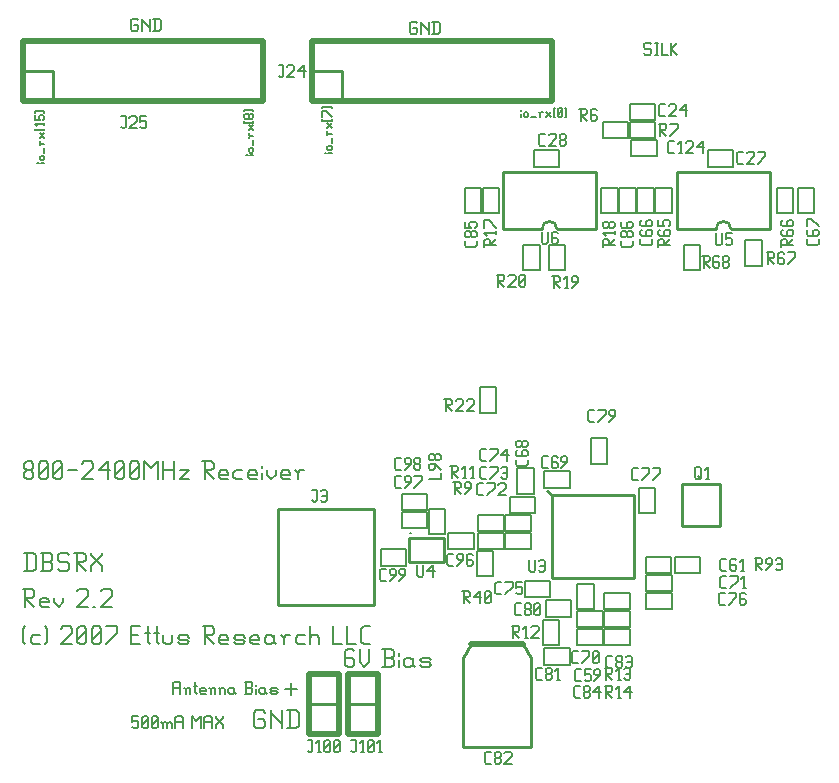
<source format=gbr>
G04 start of page 10 for group -4079 idx -4079
G04 Title: RX Daughterboard, topsilk *
G04 Creator: pcb-bin 1.99u *
G04 CreationDate: Sun Jan  7 00:01:30 2007 UTC *
G04 For: matt *
G04 Format: Gerber/RS-274X *
G04 PCB-Dimensions: 275000 250000 *
G04 PCB-Coordinate-Origin: lower left *
%MOIN*%
%FSLAX24Y24*%
%LNFRONTSILK*%
%ADD11C,0.0050*%
%ADD12C,0.0080*%
%ADD13C,0.0060*%
%ADD14C,0.0100*%
%ADD15C,0.0200*%
G54D11*X10358Y20390D02*X10397D01*
X10475D02*X10592D01*
X10475Y20468D02*X10553D01*
X10475D02*X10436Y20507D01*
Y20585D02*Y20507D01*
Y20585D02*X10475Y20624D01*
X10553D01*
X10592Y20585D02*X10553Y20624D01*
X10592Y20585D02*Y20507D01*
X10553Y20468D02*X10592Y20507D01*
Y20873D02*Y20717D01*
X10475Y21006D02*X10592D01*
X10475D02*X10436Y21045D01*
Y21123D02*Y21045D01*
Y20967D02*X10475Y21006D01*
X10436Y21217D02*X10592Y21373D01*
Y21217D02*X10436Y21373D01*
X10280Y21505D02*Y21466D01*
X10592D01*
Y21505D02*Y21466D01*
Y21599D02*X10397Y21794D01*
X10280D02*X10397D01*
X10280D02*Y21599D01*
Y21927D02*Y21888D01*
Y21927D02*X10592D01*
Y21888D01*
X4100Y24850D02*X4150Y24800D01*
X3950Y24850D02*X4100D01*
X3900Y24800D02*X3950Y24850D01*
X3900Y24800D02*Y24500D01*
X3950Y24450D01*
X4100D01*
X4150Y24500D01*
Y24600D02*Y24500D01*
X4100Y24650D02*X4150Y24600D01*
X4000Y24650D02*X4100D01*
X4270Y24850D02*Y24450D01*
Y24850D02*Y24800D01*
X4520Y24550D01*
Y24850D02*Y24450D01*
X4690Y24850D02*Y24450D01*
X4840Y24850D02*X4890Y24800D01*
Y24500D01*
X4840Y24450D02*X4890Y24500D01*
X4640Y24450D02*X4840D01*
X4640Y24850D02*X4840D01*
X778Y20060D02*X817D01*
X895D02*X1012D01*
X895Y20138D02*X973D01*
X895D02*X856Y20177D01*
Y20255D02*Y20177D01*
Y20255D02*X895Y20294D01*
X973D01*
X1012Y20255D02*X973Y20294D01*
X1012Y20255D02*Y20177D01*
X973Y20138D02*X1012Y20177D01*
Y20543D02*Y20387D01*
X895Y20676D02*X1012D01*
X895D02*X856Y20715D01*
Y20793D02*Y20715D01*
Y20637D02*X895Y20676D01*
X856Y20887D02*X1012Y21043D01*
Y20887D02*X856Y21043D01*
X700Y21175D02*Y21136D01*
X1012D01*
Y21175D02*Y21136D01*
Y21386D02*Y21308D01*
X700Y21347D02*X1012D01*
X778Y21269D02*X700Y21347D01*
Y21636D02*Y21480D01*
X856D01*
X817Y21519D01*
Y21597D02*Y21519D01*
Y21597D02*X856Y21636D01*
X973D01*
X1012Y21597D02*X973Y21636D01*
X1012Y21597D02*Y21519D01*
X973Y21480D02*X1012Y21519D01*
X700Y21768D02*Y21729D01*
Y21768D02*X1012D01*
Y21729D01*
X7748Y20320D02*X7787D01*
X7865D02*X7982D01*
X7865Y20398D02*X7943D01*
X7865D02*X7826Y20437D01*
Y20515D02*Y20437D01*
Y20515D02*X7865Y20554D01*
X7943D01*
X7982Y20515D02*X7943Y20554D01*
X7982Y20515D02*Y20437D01*
X7943Y20398D02*X7982Y20437D01*
Y20803D02*Y20647D01*
X7865Y20936D02*X7982D01*
X7865D02*X7826Y20975D01*
Y21053D02*Y20975D01*
Y20897D02*X7865Y20936D01*
X7826Y21147D02*X7982Y21303D01*
Y21147D02*X7826Y21303D01*
X7670Y21435D02*Y21396D01*
X7982D01*
Y21435D02*Y21396D01*
X7943Y21529D02*X7982Y21568D01*
X7865Y21529D02*X7943D01*
X7865D02*X7826Y21568D01*
Y21646D02*Y21568D01*
Y21646D02*X7865Y21685D01*
X7943D01*
X7982Y21646D02*X7943Y21685D01*
X7982Y21646D02*Y21568D01*
X7787Y21529D02*X7826Y21568D01*
X7709Y21529D02*X7787D01*
X7709D02*X7670Y21568D01*
Y21646D02*Y21568D01*
Y21646D02*X7709Y21685D01*
X7787D01*
X7826Y21646D02*X7787Y21685D01*
X7670Y21818D02*Y21779D01*
Y21818D02*X7982D01*
Y21779D01*
X5300Y2700D02*Y2350D01*
Y2700D02*X5350Y2750D01*
X5500D01*
X5550Y2700D01*
Y2350D01*
X5300Y2550D02*X5550D01*
X5720Y2500D02*Y2350D01*
Y2500D02*X5770Y2550D01*
X5820D01*
X5870Y2500D01*
Y2350D01*
X5670Y2550D02*X5720Y2500D01*
X6040Y2750D02*Y2400D01*
X6090Y2350D01*
X5990Y2600D02*X6090D01*
X6240Y2350D02*X6390D01*
X6190Y2400D02*X6240Y2350D01*
X6190Y2500D02*Y2400D01*
Y2500D02*X6240Y2550D01*
X6340D01*
X6390Y2500D01*
X6190Y2450D02*X6390D01*
Y2500D02*Y2450D01*
X6560Y2500D02*Y2350D01*
Y2500D02*X6610Y2550D01*
X6660D01*
X6710Y2500D01*
Y2350D01*
X6510Y2550D02*X6560Y2500D01*
X6880D02*Y2350D01*
Y2500D02*X6930Y2550D01*
X6980D01*
X7030Y2500D01*
Y2350D01*
X6830Y2550D02*X6880Y2500D01*
X7300Y2550D02*X7350Y2500D01*
X7200Y2550D02*X7300D01*
X7150Y2500D02*X7200Y2550D01*
X7150Y2500D02*Y2400D01*
X7200Y2350D01*
X7350Y2550D02*Y2400D01*
X7400Y2350D01*
X7200D02*X7300D01*
X7350Y2400D01*
X7700Y2350D02*X7900D01*
X7950Y2400D01*
Y2500D02*Y2400D01*
X7900Y2550D02*X7950Y2500D01*
X7750Y2550D02*X7900D01*
X7750Y2750D02*Y2350D01*
X7700Y2750D02*X7900D01*
X7950Y2700D01*
Y2600D01*
X7900Y2550D02*X7950Y2600D01*
X8070Y2650D02*Y2600D01*
Y2500D02*Y2350D01*
X8320Y2550D02*X8370Y2500D01*
X8220Y2550D02*X8320D01*
X8170Y2500D02*X8220Y2550D01*
X8170Y2500D02*Y2400D01*
X8220Y2350D01*
X8370Y2550D02*Y2400D01*
X8420Y2350D01*
X8220D02*X8320D01*
X8370Y2400D01*
X8591Y2350D02*X8741D01*
X8791Y2400D01*
X8741Y2450D02*X8791Y2400D01*
X8591Y2450D02*X8741D01*
X8541Y2500D02*X8591Y2450D01*
X8541Y2500D02*X8591Y2550D01*
X8741D01*
X8791Y2500D01*
X8541Y2400D02*X8591Y2350D01*
X3950Y1600D02*X4150D01*
X3950D02*Y1400D01*
X4000Y1450D01*
X4100D01*
X4150Y1400D01*
Y1250D01*
X4100Y1200D02*X4150Y1250D01*
X4000Y1200D02*X4100D01*
X3950Y1250D02*X4000Y1200D01*
X4270Y1250D02*X4320Y1200D01*
X4270Y1550D02*Y1250D01*
Y1550D02*X4320Y1600D01*
X4420D01*
X4470Y1550D01*
Y1250D01*
X4420Y1200D02*X4470Y1250D01*
X4320Y1200D02*X4420D01*
X4270Y1300D02*X4470Y1500D01*
X4590Y1250D02*X4640Y1200D01*
X4590Y1550D02*Y1250D01*
Y1550D02*X4640Y1600D01*
X4740D01*
X4790Y1550D01*
Y1250D01*
X4740Y1200D02*X4790Y1250D01*
X4640Y1200D02*X4740D01*
X4590Y1300D02*X4790Y1500D01*
X4960Y1350D02*Y1200D01*
Y1350D02*X5010Y1400D01*
X5060D01*
X5110Y1350D01*
Y1200D01*
Y1350D02*X5160Y1400D01*
X5210D01*
X5260Y1350D01*
Y1200D01*
X4910Y1400D02*X4960Y1350D01*
X5380Y1550D02*Y1200D01*
Y1550D02*X5430Y1600D01*
X5580D01*
X5630Y1550D01*
Y1200D01*
X5380Y1400D02*X5630D01*
X5930Y1600D02*Y1200D01*
Y1600D02*X6080Y1450D01*
X6230Y1600D01*
Y1200D01*
X6350Y1550D02*Y1200D01*
Y1550D02*X6400Y1600D01*
X6550D01*
X6600Y1550D01*
Y1200D01*
X6350Y1400D02*X6600D01*
X6720Y1600D02*Y1550D01*
X6970Y1300D01*
Y1200D01*
X6720Y1300D02*Y1200D01*
Y1300D02*X6970Y1550D01*
Y1600D02*Y1550D01*
G54D12*X9050Y2500D02*X9450D01*
X9250Y2700D02*Y2300D01*
G54D13*X8300Y1800D02*X8375Y1725D01*
X8075Y1800D02*X8300D01*
X8000Y1725D02*X8075Y1800D01*
X8000Y1725D02*Y1275D01*
X8075Y1200D01*
X8300D01*
X8375Y1275D01*
Y1425D02*Y1275D01*
X8300Y1500D02*X8375Y1425D01*
X8150Y1500D02*X8300D01*
X8555Y1800D02*Y1200D01*
Y1800D02*Y1725D01*
X8930Y1350D01*
Y1800D02*Y1200D01*
X9185Y1800D02*Y1200D01*
X9410Y1800D02*X9485Y1725D01*
Y1275D01*
X9410Y1200D02*X9485Y1275D01*
X9110Y1200D02*X9410D01*
X9110Y1800D02*X9410D01*
G54D11*X21200Y24050D02*X21250Y24000D01*
X21050Y24050D02*X21200D01*
X21000Y24000D02*X21050Y24050D01*
X21000Y24000D02*Y23900D01*
X21050Y23850D01*
X21200D01*
X21250Y23800D01*
Y23700D01*
X21200Y23650D02*X21250Y23700D01*
X21050Y23650D02*X21200D01*
X21000Y23700D02*X21050Y23650D01*
X21370Y24050D02*X21470D01*
X21420D02*Y23650D01*
X21370D02*X21470D01*
X21590Y24050D02*Y23650D01*
X21790D01*
X21910Y24050D02*Y23650D01*
Y23850D02*X22110Y24050D01*
X21910Y23850D02*X22110Y23650D01*
X16910Y21812D02*Y21773D01*
Y21695D02*Y21578D01*
X16988Y21695D02*Y21617D01*
Y21695D02*X17027Y21734D01*
X17105D01*
X17144Y21695D01*
Y21617D01*
X17105Y21578D02*X17144Y21617D01*
X17027Y21578D02*X17105D01*
X16988Y21617D02*X17027Y21578D01*
X17237D02*X17393D01*
X17526Y21695D02*Y21578D01*
Y21695D02*X17565Y21734D01*
X17643D01*
X17487D02*X17526Y21695D01*
X17737Y21734D02*X17893Y21578D01*
X17737D02*X17893Y21734D01*
X17986Y21890D02*X18025D01*
X17986D02*Y21578D01*
X18025D01*
X18119Y21617D02*X18158Y21578D01*
X18119Y21851D02*Y21617D01*
Y21851D02*X18158Y21890D01*
X18236D01*
X18275Y21851D01*
Y21617D01*
X18236Y21578D02*X18275Y21617D01*
X18158Y21578D02*X18236D01*
X18119Y21656D02*X18275Y21812D01*
X18369Y21890D02*X18408D01*
Y21578D01*
X18369D02*X18408D01*
X13400Y24750D02*X13450Y24700D01*
X13250Y24750D02*X13400D01*
X13200Y24700D02*X13250Y24750D01*
X13200Y24700D02*Y24400D01*
X13250Y24350D01*
X13400D01*
X13450Y24400D01*
Y24500D02*Y24400D01*
X13400Y24550D02*X13450Y24500D01*
X13300Y24550D02*X13400D01*
X13570Y24750D02*Y24350D01*
Y24750D02*Y24700D01*
X13820Y24450D01*
Y24750D02*Y24350D01*
X13990Y24750D02*Y24350D01*
X14140Y24750D02*X14190Y24700D01*
Y24400D01*
X14140Y24350D02*X14190Y24400D01*
X13940Y24350D02*X14140D01*
X13940Y24750D02*X14140D01*
G54D13*X425Y7050D02*Y6450D01*
X650Y7050D02*X725Y6975D01*
Y6525D01*
X650Y6450D02*X725Y6525D01*
X350Y6450D02*X650D01*
X350Y7050D02*X650D01*
X905Y6450D02*X1205D01*
X1280Y6525D01*
Y6675D02*Y6525D01*
X1205Y6750D02*X1280Y6675D01*
X980Y6750D02*X1205D01*
X980Y7050D02*Y6450D01*
X905Y7050D02*X1205D01*
X1280Y6975D01*
Y6825D01*
X1205Y6750D02*X1280Y6825D01*
X1760Y7050D02*X1835Y6975D01*
X1535Y7050D02*X1760D01*
X1460Y6975D02*X1535Y7050D01*
X1460Y6975D02*Y6825D01*
X1535Y6750D01*
X1760D01*
X1835Y6675D01*
Y6525D01*
X1760Y6450D02*X1835Y6525D01*
X1535Y6450D02*X1760D01*
X1460Y6525D02*X1535Y6450D01*
X2015Y7050D02*X2315D01*
X2390Y6975D01*
Y6825D01*
X2315Y6750D02*X2390Y6825D01*
X2090Y6750D02*X2315D01*
X2090Y7050D02*Y6450D01*
Y6750D02*X2390Y6450D01*
X2570Y7050D02*Y6975D01*
X2945Y6600D01*
Y6450D01*
X2570Y6600D02*Y6450D01*
Y6600D02*X2945Y6975D01*
Y7050D02*Y6975D01*
X300Y5850D02*X600D01*
X675Y5775D01*
Y5625D01*
X600Y5550D02*X675Y5625D01*
X375Y5550D02*X600D01*
X375Y5850D02*Y5250D01*
Y5550D02*X675Y5250D01*
X930D02*X1155D01*
X855Y5325D02*X930Y5250D01*
X855Y5475D02*Y5325D01*
Y5475D02*X930Y5550D01*
X1080D01*
X1155Y5475D01*
X855Y5400D02*X1155D01*
Y5475D02*Y5400D01*
X1335Y5550D02*Y5400D01*
X1485Y5250D01*
X1635Y5400D01*
Y5550D02*Y5400D01*
X2085Y5775D02*X2160Y5850D01*
X2385D01*
X2460Y5775D01*
Y5625D01*
X2085Y5250D02*X2460Y5625D01*
X2085Y5250D02*X2460D01*
X2640D02*X2715D01*
X2895Y5775D02*X2970Y5850D01*
X3195D01*
X3270Y5775D01*
Y5625D01*
X2895Y5250D02*X3270Y5625D01*
X2895Y5250D02*X3270D01*
X350Y9575D02*X425Y9500D01*
X350Y9725D02*Y9575D01*
Y9725D02*X425Y9800D01*
X575D01*
X650Y9725D01*
Y9575D01*
X575Y9500D02*X650Y9575D01*
X425Y9500D02*X575D01*
X350Y9875D02*X425Y9800D01*
X350Y10025D02*Y9875D01*
Y10025D02*X425Y10100D01*
X575D01*
X650Y10025D01*
Y9875D01*
X575Y9800D02*X650Y9875D01*
X830Y9575D02*X905Y9500D01*
X830Y10025D02*Y9575D01*
Y10025D02*X905Y10100D01*
X1055D01*
X1130Y10025D01*
Y9575D01*
X1055Y9500D02*X1130Y9575D01*
X905Y9500D02*X1055D01*
X830Y9650D02*X1130Y9950D01*
X1310Y9575D02*X1385Y9500D01*
X1310Y10025D02*Y9575D01*
Y10025D02*X1385Y10100D01*
X1535D01*
X1610Y10025D01*
Y9575D01*
X1535Y9500D02*X1610Y9575D01*
X1385Y9500D02*X1535D01*
X1310Y9650D02*X1610Y9950D01*
X1790Y9800D02*X2090D01*
X2270Y10025D02*X2345Y10100D01*
X2570D01*
X2645Y10025D01*
Y9875D01*
X2270Y9500D02*X2645Y9875D01*
X2270Y9500D02*X2645D01*
X2825Y9800D02*X3125Y10100D01*
X2825Y9800D02*X3200D01*
X3125Y10100D02*Y9500D01*
X3380Y9575D02*X3455Y9500D01*
X3380Y10025D02*Y9575D01*
Y10025D02*X3455Y10100D01*
X3605D01*
X3680Y10025D01*
Y9575D01*
X3605Y9500D02*X3680Y9575D01*
X3455Y9500D02*X3605D01*
X3380Y9650D02*X3680Y9950D01*
X3861Y9575D02*X3936Y9500D01*
X3861Y10025D02*Y9575D01*
Y10025D02*X3936Y10100D01*
X4086D01*
X4161Y10025D01*
Y9575D01*
X4086Y9500D02*X4161Y9575D01*
X3936Y9500D02*X4086D01*
X3861Y9650D02*X4161Y9950D01*
X4341Y10100D02*Y9500D01*
Y10100D02*X4566Y9875D01*
X4791Y10100D01*
Y9500D01*
X4971Y10100D02*Y9500D01*
X5346Y10100D02*Y9500D01*
X4971Y9800D02*X5346D01*
X5526D02*X5826D01*
X5526Y9500D02*X5826Y9800D01*
X5526Y9500D02*X5826D01*
X6276Y10100D02*X6576D01*
X6651Y10025D01*
Y9875D01*
X6576Y9800D02*X6651Y9875D01*
X6351Y9800D02*X6576D01*
X6351Y10100D02*Y9500D01*
Y9800D02*X6651Y9500D01*
X6906D02*X7131D01*
X6831Y9575D02*X6906Y9500D01*
X6831Y9725D02*Y9575D01*
Y9725D02*X6906Y9800D01*
X7056D01*
X7131Y9725D01*
X6831Y9650D02*X7131D01*
Y9725D02*Y9650D01*
X7386Y9800D02*X7611D01*
X7311Y9725D02*X7386Y9800D01*
X7311Y9725D02*Y9575D01*
X7386Y9500D01*
X7611D01*
X7867D02*X8092D01*
X7792Y9575D02*X7867Y9500D01*
X7792Y9725D02*Y9575D01*
Y9725D02*X7867Y9800D01*
X8017D01*
X8092Y9725D01*
X7792Y9650D02*X8092D01*
Y9725D02*Y9650D01*
X8272Y9950D02*Y9875D01*
Y9725D02*Y9500D01*
X8422Y9800D02*Y9650D01*
X8572Y9500D01*
X8722Y9650D01*
Y9800D02*Y9650D01*
X8977Y9500D02*X9202D01*
X8902Y9575D02*X8977Y9500D01*
X8902Y9725D02*Y9575D01*
Y9725D02*X8977Y9800D01*
X9127D01*
X9202Y9725D01*
X8902Y9650D02*X9202D01*
Y9725D02*Y9650D01*
X9457Y9725D02*Y9500D01*
Y9725D02*X9532Y9800D01*
X9682D01*
X9382D02*X9457Y9725D01*
X300Y4075D02*X375Y4000D01*
X300Y4525D02*X375Y4600D01*
X300Y4525D02*Y4075D01*
X630Y4300D02*X855D01*
X555Y4225D02*X630Y4300D01*
X555Y4225D02*Y4075D01*
X630Y4000D01*
X855D01*
X1035Y4600D02*X1110Y4525D01*
Y4075D01*
X1035Y4000D02*X1110Y4075D01*
X1560Y4525D02*X1635Y4600D01*
X1860D01*
X1935Y4525D01*
Y4375D01*
X1560Y4000D02*X1935Y4375D01*
X1560Y4000D02*X1935D01*
X2115Y4075D02*X2190Y4000D01*
X2115Y4525D02*Y4075D01*
Y4525D02*X2190Y4600D01*
X2340D01*
X2415Y4525D01*
Y4075D01*
X2340Y4000D02*X2415Y4075D01*
X2190Y4000D02*X2340D01*
X2115Y4150D02*X2415Y4450D01*
X2595Y4075D02*X2670Y4000D01*
X2595Y4525D02*Y4075D01*
Y4525D02*X2670Y4600D01*
X2820D01*
X2895Y4525D01*
Y4075D01*
X2820Y4000D02*X2895Y4075D01*
X2670Y4000D02*X2820D01*
X2595Y4150D02*X2895Y4450D01*
X3075Y4000D02*X3450Y4375D01*
Y4600D02*Y4375D01*
X3075Y4600D02*X3450D01*
X3901Y4300D02*X4126D01*
X3901Y4000D02*X4201D01*
X3901Y4600D02*Y4000D01*
Y4600D02*X4201D01*
X4456D02*Y4075D01*
X4531Y4000D01*
X4381Y4375D02*X4531D01*
X4756Y4600D02*Y4075D01*
X4831Y4000D01*
X4681Y4375D02*X4831D01*
X4981Y4300D02*Y4075D01*
X5056Y4000D01*
X5206D01*
X5281Y4075D01*
Y4300D02*Y4075D01*
X5536Y4000D02*X5761D01*
X5836Y4075D01*
X5761Y4150D02*X5836Y4075D01*
X5536Y4150D02*X5761D01*
X5461Y4225D02*X5536Y4150D01*
X5461Y4225D02*X5536Y4300D01*
X5761D01*
X5836Y4225D01*
X5461Y4075D02*X5536Y4000D01*
X6286Y4600D02*X6586D01*
X6661Y4525D01*
Y4375D01*
X6586Y4300D02*X6661Y4375D01*
X6361Y4300D02*X6586D01*
X6361Y4600D02*Y4000D01*
Y4300D02*X6661Y4000D01*
X6916D02*X7141D01*
X6841Y4075D02*X6916Y4000D01*
X6841Y4225D02*Y4075D01*
Y4225D02*X6916Y4300D01*
X7066D01*
X7141Y4225D01*
X6841Y4150D02*X7141D01*
Y4225D02*Y4150D01*
X7397Y4000D02*X7622D01*
X7697Y4075D01*
X7622Y4150D02*X7697Y4075D01*
X7397Y4150D02*X7622D01*
X7322Y4225D02*X7397Y4150D01*
X7322Y4225D02*X7397Y4300D01*
X7622D01*
X7697Y4225D01*
X7322Y4075D02*X7397Y4000D01*
X7952D02*X8177D01*
X7877Y4075D02*X7952Y4000D01*
X7877Y4225D02*Y4075D01*
Y4225D02*X7952Y4300D01*
X8102D01*
X8177Y4225D01*
X7877Y4150D02*X8177D01*
Y4225D02*Y4150D01*
X8582Y4300D02*X8657Y4225D01*
X8432Y4300D02*X8582D01*
X8357Y4225D02*X8432Y4300D01*
X8357Y4225D02*Y4075D01*
X8432Y4000D01*
X8657Y4300D02*Y4075D01*
X8732Y4000D01*
X8432D02*X8582D01*
X8657Y4075D01*
X8987Y4225D02*Y4000D01*
Y4225D02*X9062Y4300D01*
X9212D01*
X8912D02*X8987Y4225D01*
X9467Y4300D02*X9692D01*
X9392Y4225D02*X9467Y4300D01*
X9392Y4225D02*Y4075D01*
X9467Y4000D01*
X9692D01*
X9872Y4600D02*Y4000D01*
Y4225D02*X9947Y4300D01*
X10097D01*
X10172Y4225D01*
Y4000D01*
X10623Y4600D02*Y4000D01*
X10923D01*
X11103Y4600D02*Y4000D01*
X11403D01*
X11658D02*X11883D01*
X11583Y4075D02*X11658Y4000D01*
X11583Y4525D02*Y4075D01*
Y4525D02*X11658Y4600D01*
X11883D01*
X11275Y3850D02*X11350Y3775D01*
X11125Y3850D02*X11275D01*
X11050Y3775D02*X11125Y3850D01*
X11050Y3775D02*Y3325D01*
X11125Y3250D01*
X11275Y3550D02*X11350Y3475D01*
X11050Y3550D02*X11275D01*
X11125Y3250D02*X11275D01*
X11350Y3325D01*
Y3475D02*Y3325D01*
X11530Y3850D02*Y3400D01*
X11680Y3250D01*
X11830Y3400D01*
Y3850D02*Y3400D01*
X12280Y3250D02*X12580D01*
X12655Y3325D01*
Y3475D02*Y3325D01*
X12580Y3550D02*X12655Y3475D01*
X12355Y3550D02*X12580D01*
X12355Y3850D02*Y3250D01*
X12280Y3850D02*X12580D01*
X12655Y3775D01*
Y3625D01*
X12580Y3550D02*X12655Y3625D01*
X12835Y3700D02*Y3625D01*
Y3475D02*Y3250D01*
X13210Y3550D02*X13285Y3475D01*
X13060Y3550D02*X13210D01*
X12985Y3475D02*X13060Y3550D01*
X12985Y3475D02*Y3325D01*
X13060Y3250D01*
X13285Y3550D02*Y3325D01*
X13360Y3250D01*
X13060D02*X13210D01*
X13285Y3325D01*
X13615Y3250D02*X13840D01*
X13915Y3325D01*
X13840Y3400D02*X13915Y3325D01*
X13615Y3400D02*X13840D01*
X13540Y3475D02*X13615Y3400D01*
X13540Y3475D02*X13615Y3550D01*
X13840D01*
X13915Y3475D01*
X13540Y3325D02*X13615Y3250D01*
G54D11*X13200Y7700D02*X13250D01*
G54D13*X19230Y10870D02*X19770D01*
X19230D02*Y10030D01*
X19770D01*
Y10870D02*Y10030D01*
X16780Y9870D02*X17320D01*
X16780D02*Y9030D01*
X17320D01*
Y9870D02*Y9030D01*
X17680Y9770D02*Y9230D01*
X18520D01*
Y9770D02*Y9230D01*
X17680Y9770D02*X18520D01*
X16380Y8320D02*Y7780D01*
X17220D01*
Y8320D02*Y7780D01*
X16380Y8320D02*X17220D01*
X16380Y7720D02*Y7180D01*
X17220D01*
Y7720D02*Y7180D01*
X16380Y7720D02*X17220D01*
X16530Y8920D02*Y8380D01*
X17370D01*
Y8920D02*Y8380D01*
X16530Y8920D02*X17370D01*
X18780Y6020D02*X19320D01*
X18780D02*Y5180D01*
X19320D01*
Y6020D02*Y5180D01*
X17030Y6120D02*Y5580D01*
X17870D01*
Y6120D02*Y5580D01*
X17030Y6120D02*X17870D01*
X22030Y6920D02*Y6380D01*
X22870D01*
Y6920D02*Y6380D01*
X22030Y6920D02*X22870D01*
X21920Y5720D02*Y5180D01*
X21080Y5720D02*X21920D01*
X21080D02*Y5180D01*
X21920D01*
X21070Y6920D02*Y6380D01*
X21910D01*
Y6920D02*Y6380D01*
X21070Y6920D02*X21910D01*
X21080Y6320D02*Y5780D01*
X21920D01*
Y6320D02*Y5780D01*
X21080Y6320D02*X21920D01*
G54D14*X23550Y9340D02*Y7950D01*
X22270Y9340D02*X23550D01*
X22270D02*Y7950D01*
X23550D01*
G54D13*X20830Y9220D02*X21370D01*
X20830D02*Y8380D01*
X21370D01*
Y9220D02*Y8380D01*
G54D14*X20670Y8970D02*Y6230D01*
X17930Y8970D02*X20670D01*
X17930D02*Y6230D01*
X20670D01*
X17930Y8970D02*X17780Y9120D01*
G54D15*X15230Y4030D02*X16970D01*
G54D14*X15230D02*X14980Y3550D01*
Y570D01*
X17220D01*
Y3550D02*Y570D01*
Y3550D02*X16970Y4030D01*
G54D15*X9850Y3000D02*X10850D01*
X9850D02*Y1000D01*
X10850D01*
Y3000D02*Y1000D01*
G54D14*X9850Y3000D02*Y2000D01*
X10850D01*
G54D15*X11150Y3000D02*X12150D01*
X11150D02*Y1000D01*
X12150D01*
Y3000D02*Y1000D01*
G54D14*X11150Y3000D02*Y2000D01*
X12150D01*
G54D13*X19680Y4520D02*Y3980D01*
X20520D01*
Y4520D02*Y3980D01*
X19680Y4520D02*X20520D01*
X18780D02*Y3980D01*
X19620D01*
Y4520D02*Y3980D01*
X18780Y4520D02*X19620D01*
X20520Y5120D02*Y4580D01*
X19680Y5120D02*X20520D01*
X19680D02*Y4580D01*
X20520D01*
X19620Y5120D02*Y4580D01*
X18780Y5120D02*X19620D01*
X18780D02*Y4580D01*
X19620D01*
X20520Y5720D02*Y5180D01*
X19680Y5720D02*X20520D01*
X19680D02*Y5180D01*
X20520D01*
X17730Y5470D02*Y4930D01*
X18570D01*
Y5470D02*Y4930D01*
X17730Y5470D02*X18570D01*
X17630Y4820D02*X18170D01*
X17630D02*Y3980D01*
X18170D01*
Y4820D02*Y3980D01*
X17680Y3870D02*Y3330D01*
X18520D01*
Y3870D01*
X17680D01*
X13770Y9020D02*Y8480D01*
X12930Y9020D02*X13770D01*
X12930D02*Y8480D01*
X13770D01*
Y8420D02*Y7880D01*
X12930Y8420D02*X13770D01*
X12930D02*Y7880D01*
X13770D01*
G54D14*X13160Y7550D02*X14350D01*
X13160D02*Y6750D01*
X14350D01*
Y7550D02*Y6750D01*
G54D13*X12230Y7170D02*Y6630D01*
X13070D01*
Y7170D02*Y6630D01*
X12230Y7170D02*X13070D01*
X15480Y7720D02*Y7180D01*
X16320D01*
Y7720D02*Y7180D01*
X15480Y7720D02*X16320D01*
X15430Y6280D02*X15970D01*
Y7120D02*Y6280D01*
X15430Y7120D02*X15970D01*
X15430D02*Y6280D01*
X14480Y7720D02*Y7180D01*
X15320D01*
Y7720D02*Y7180D01*
X14480Y7720D02*X15320D01*
X13830Y8520D02*X14370D01*
X13830D02*Y7680D01*
X14370D01*
Y8520D02*Y7680D01*
X15480Y8320D02*Y7780D01*
X16320D01*
Y8320D02*Y7780D01*
X15480Y8320D02*X16320D01*
G54D14*X8800Y5300D02*X12000D01*
X8800Y8500D02*Y5300D01*
Y8500D02*X12000D01*
Y5300D01*
G54D13*X15530Y11730D02*X16070D01*
Y12570D02*Y11730D01*
X15530Y12570D02*X16070D01*
X15530D02*Y11730D01*
X20180Y18380D02*X20720D01*
Y19220D02*Y18380D01*
X20180Y19220D02*X20720D01*
X20180D02*Y18380D01*
X21380Y19220D02*X21920D01*
X21380D02*Y18380D01*
X21920D01*
Y19220D02*Y18380D01*
X20780D02*X21320D01*
Y19220D02*Y18380D01*
X20780Y19220D02*X21320D01*
X20780D02*Y18380D01*
X19580Y19220D02*X20120D01*
X19580D02*Y18380D01*
X20120D01*
Y19220D02*Y18380D01*
X15630Y19220D02*X16170D01*
X15630D02*Y18380D01*
X16170D01*
Y19220D02*Y18380D01*
X15030D02*X15570D01*
Y19220D02*Y18380D01*
X15030Y19220D02*X15570D01*
X15030D02*Y18380D01*
X16980Y17320D02*X17520D01*
X16980D02*Y16480D01*
X17520D01*
Y17320D02*Y16480D01*
X18170Y20470D02*Y19930D01*
X17330Y20470D02*X18170D01*
X17330D02*Y19930D01*
X18170D01*
G54D14*X19400Y19750D02*Y17850D01*
X16300Y19750D02*X19400D01*
X16300D02*Y17850D01*
X18100D02*X19400D01*
X16300D02*X17600D01*
X18100D02*G75*G03X17600Y17850I-250J0D01*G01*
G54D13*X17830Y17320D02*X18370D01*
X17830D02*Y16480D01*
X18370D01*
Y17320D02*Y16480D01*
G54D15*X300Y22100D02*X8300D01*
Y24100D02*Y22100D01*
X300Y24100D02*X8300D01*
X300D02*Y22100D01*
G54D14*X1300Y23100D02*Y22100D01*
X300Y23100D02*X1300D01*
G54D13*X20530Y21420D02*Y20880D01*
X21370D01*
Y21420D02*Y20880D01*
X20530Y21420D02*X21370D01*
X19630D02*Y20880D01*
X20470D01*
Y21420D02*Y20880D01*
X19630Y21420D02*X20470D01*
X20530Y22020D02*X21370D01*
Y21480D01*
X20530D02*X21370D01*
X20530Y22020D02*Y21480D01*
X20580Y20820D02*Y20280D01*
X21420D01*
Y20820D02*Y20280D01*
X20580Y20820D02*X21420D01*
X24380Y17470D02*X24920D01*
X24380D02*Y16630D01*
X24920D01*
Y17470D02*Y16630D01*
X22330Y17320D02*X22870D01*
X22330D02*Y16480D01*
X22870D01*
Y17320D02*Y16480D01*
X26130Y18380D02*X26670D01*
Y19220D02*Y18380D01*
X26130Y19220D02*X26670D01*
X26130D02*Y18380D01*
G54D14*X25200Y19750D02*Y17850D01*
X22100Y19750D02*X25200D01*
X22100D02*Y17850D01*
X23900D02*X25200D01*
X22100D02*X23400D01*
X23900D02*G75*G03X23400Y17850I-250J0D01*G01*
G54D13*X25430Y19220D02*X25970D01*
X25430D02*Y18380D01*
X25970D01*
Y19220D02*Y18380D01*
X23970Y20470D02*Y19930D01*
X23130Y20470D02*X23970D01*
X23130D02*Y19930D01*
X23970D01*
G54D15*X9950Y22100D02*X17950D01*
Y24100D02*Y22100D01*
X9950Y24100D02*X17950D01*
X9950D02*Y22100D01*
G54D14*X10950Y23100D02*Y22100D01*
X9950Y23100D02*X10950D01*
G54D11*X19200Y11420D02*X19350D01*
X19150Y11470D02*X19200Y11420D01*
X19150Y11770D02*Y11470D01*
Y11770D02*X19200Y11820D01*
X19350D01*
X19470Y11420D02*X19720Y11670D01*
Y11820D02*Y11670D01*
X19470Y11820D02*X19720D01*
X19840Y11420D02*X20040Y11620D01*
Y11770D02*Y11620D01*
X19990Y11820D02*X20040Y11770D01*
X19890Y11820D02*X19990D01*
X19840Y11770D02*X19890Y11820D01*
X19840Y11770D02*Y11670D01*
X19890Y11620D01*
X20040D01*
X17130Y10150D02*Y10000D01*
X17080Y9950D02*X17130Y10000D01*
X16780Y9950D02*X17080D01*
X16780D02*X16730Y10000D01*
Y10150D02*Y10000D01*
Y10420D02*X16780Y10470D01*
X16730Y10420D02*Y10320D01*
X16780Y10270D02*X16730Y10320D01*
X16780Y10270D02*X17080D01*
X17130Y10320D01*
X16930Y10420D02*X16980Y10470D01*
X16930Y10420D02*Y10270D01*
X17130Y10420D02*Y10320D01*
Y10420D02*X17080Y10470D01*
X16980D02*X17080D01*
Y10590D02*X17130Y10640D01*
X16980Y10590D02*X17080D01*
X16980D02*X16930Y10640D01*
Y10740D02*Y10640D01*
Y10740D02*X16980Y10790D01*
X17080D01*
X17130Y10740D02*X17080Y10790D01*
X17130Y10740D02*Y10640D01*
X16880Y10590D02*X16930Y10640D01*
X16780Y10590D02*X16880D01*
X16780D02*X16730Y10640D01*
Y10740D02*Y10640D01*
Y10740D02*X16780Y10790D01*
X16880D01*
X16930Y10740D02*X16880Y10790D01*
X24700Y6870D02*X24900D01*
X24950Y6820D01*
Y6720D01*
X24900Y6670D02*X24950Y6720D01*
X24750Y6670D02*X24900D01*
X24750Y6870D02*Y6470D01*
Y6670D02*X24950Y6470D01*
X25070D02*X25270Y6670D01*
Y6820D02*Y6670D01*
X25220Y6870D02*X25270Y6820D01*
X25120Y6870D02*X25220D01*
X25070Y6820D02*X25120Y6870D01*
X25070Y6820D02*Y6720D01*
X25120Y6670D01*
X25270D01*
X25390Y6820D02*X25440Y6870D01*
X25540D01*
X25590Y6820D01*
Y6520D01*
X25540Y6470D02*X25590Y6520D01*
X25440Y6470D02*X25540D01*
X25390Y6520D02*X25440Y6470D01*
Y6670D02*X25590D01*
X23550Y5320D02*X23700D01*
X23500Y5370D02*X23550Y5320D01*
X23500Y5670D02*Y5370D01*
Y5670D02*X23550Y5720D01*
X23700D01*
X23820Y5320D02*X24070Y5570D01*
Y5720D02*Y5570D01*
X23820Y5720D02*X24070D01*
X24340D02*X24390Y5670D01*
X24240Y5720D02*X24340D01*
X24190Y5670D02*X24240Y5720D01*
X24190Y5670D02*Y5370D01*
X24240Y5320D01*
X24340Y5520D02*X24390Y5470D01*
X24190Y5520D02*X24340D01*
X24240Y5320D02*X24340D01*
X24390Y5370D01*
Y5470D02*Y5370D01*
X23600Y6460D02*X23750D01*
X23550Y6510D02*X23600Y6460D01*
X23550Y6810D02*Y6510D01*
Y6810D02*X23600Y6860D01*
X23750D01*
X24020D02*X24070Y6810D01*
X23920Y6860D02*X24020D01*
X23870Y6810D02*X23920Y6860D01*
X23870Y6810D02*Y6510D01*
X23920Y6460D01*
X24020Y6660D02*X24070Y6610D01*
X23870Y6660D02*X24020D01*
X23920Y6460D02*X24020D01*
X24070Y6510D01*
Y6610D02*Y6510D01*
X24240Y6460D02*X24340D01*
X24290Y6860D02*Y6460D01*
X24190Y6760D02*X24290Y6860D01*
X23600Y5870D02*X23750D01*
X23550Y5920D02*X23600Y5870D01*
X23550Y6220D02*Y5920D01*
Y6220D02*X23600Y6270D01*
X23750D01*
X23870Y5870D02*X24120Y6120D01*
Y6270D02*Y6120D01*
X23870Y6270D02*X24120D01*
X24290Y5870D02*X24390D01*
X24340Y6270D02*Y5870D01*
X24240Y6170D02*X24340Y6270D01*
X20650Y9470D02*X20800D01*
X20600Y9520D02*X20650Y9470D01*
X20600Y9820D02*Y9520D01*
Y9820D02*X20650Y9870D01*
X20800D01*
X20920Y9470D02*X21170Y9720D01*
Y9870D02*Y9720D01*
X20920Y9870D02*X21170D01*
X21290Y9470D02*X21540Y9720D01*
Y9870D02*Y9720D01*
X21290Y9870D02*X21540D01*
X17650D02*X17800D01*
X17600Y9920D02*X17650Y9870D01*
X17600Y10220D02*Y9920D01*
Y10220D02*X17650Y10270D01*
X17800D01*
X18070D02*X18120Y10220D01*
X17970Y10270D02*X18070D01*
X17920Y10220D02*X17970Y10270D01*
X17920Y10220D02*Y9920D01*
X17970Y9870D01*
X18070Y10070D02*X18120Y10020D01*
X17920Y10070D02*X18070D01*
X17970Y9870D02*X18070D01*
X18120Y9920D01*
Y10020D02*Y9920D01*
X18240Y9870D02*X18440Y10070D01*
Y10220D02*Y10070D01*
X18390Y10270D02*X18440Y10220D01*
X18290Y10270D02*X18390D01*
X18240Y10220D02*X18290Y10270D01*
X18240Y10220D02*Y10120D01*
X18290Y10070D01*
X18440D01*
X22700Y9880D02*Y9580D01*
Y9880D02*X22750Y9930D01*
X22850D01*
X22900Y9880D01*
Y9580D01*
X22850Y9530D02*X22900Y9580D01*
X22750Y9530D02*X22850D01*
X22700Y9580D02*X22750Y9530D01*
X22800Y9630D02*X22900Y9530D01*
X23070D02*X23170D01*
X23120Y9930D02*Y9530D01*
X23020Y9830D02*X23120Y9930D01*
X15680Y17450D02*Y17250D01*
Y17450D02*X15730Y17500D01*
X15830D01*
X15880Y17450D02*X15830Y17500D01*
X15880Y17450D02*Y17300D01*
X15680D02*X16080D01*
X15880D02*X16080Y17500D01*
Y17770D02*Y17670D01*
X15680Y17720D02*X16080D01*
X15780Y17620D02*X15680Y17720D01*
X16080Y17890D02*X15830Y18140D01*
X15680D02*X15830D01*
X15680D02*Y17890D01*
X15430Y17450D02*Y17300D01*
X15380Y17250D02*X15430Y17300D01*
X15080Y17250D02*X15380D01*
X15080D02*X15030Y17300D01*
Y17450D02*Y17300D01*
X15380Y17570D02*X15430Y17620D01*
X15280Y17570D02*X15380D01*
X15280D02*X15230Y17620D01*
Y17720D02*Y17620D01*
Y17720D02*X15280Y17770D01*
X15380D01*
X15430Y17720D02*X15380Y17770D01*
X15430Y17720D02*Y17620D01*
X15180Y17570D02*X15230Y17620D01*
X15080Y17570D02*X15180D01*
X15080D02*X15030Y17620D01*
Y17720D02*Y17620D01*
Y17720D02*X15080Y17770D01*
X15180D01*
X15230Y17720D02*X15180Y17770D01*
X15030Y18090D02*Y17890D01*
X15230D01*
X15180Y17940D01*
Y18040D02*Y17940D01*
Y18040D02*X15230Y18090D01*
X15380D01*
X15430Y18040D02*X15380Y18090D01*
X15430Y18040D02*Y17940D01*
X15380Y17890D02*X15430Y17940D01*
X17600Y17750D02*Y17400D01*
X17650Y17350D01*
X17750D01*
X17800Y17400D01*
Y17750D02*Y17400D01*
X18070Y17750D02*X18120Y17700D01*
X17970Y17750D02*X18070D01*
X17920Y17700D02*X17970Y17750D01*
X17920Y17700D02*Y17400D01*
X17970Y17350D01*
X18070Y17550D02*X18120Y17500D01*
X17920Y17550D02*X18070D01*
X17970Y17350D02*X18070D01*
X18120Y17400D01*
Y17500D02*Y17400D01*
X16100Y16320D02*X16300D01*
X16350Y16270D01*
Y16170D01*
X16300Y16120D02*X16350Y16170D01*
X16150Y16120D02*X16300D01*
X16150Y16320D02*Y15920D01*
Y16120D02*X16350Y15920D01*
X16470Y16270D02*X16520Y16320D01*
X16670D01*
X16720Y16270D01*
Y16170D01*
X16470Y15920D02*X16720Y16170D01*
X16470Y15920D02*X16720D01*
X16840Y15970D02*X16890Y15920D01*
X16840Y16270D02*Y15970D01*
Y16270D02*X16890Y16320D01*
X16990D01*
X17040Y16270D01*
Y15970D01*
X16990Y15920D02*X17040Y15970D01*
X16890Y15920D02*X16990D01*
X16840Y16020D02*X17040Y16220D01*
X17950Y16270D02*X18150D01*
X18200Y16220D01*
Y16120D01*
X18150Y16070D02*X18200Y16120D01*
X18000Y16070D02*X18150D01*
X18000Y16270D02*Y15870D01*
Y16070D02*X18200Y15870D01*
X18370D02*X18470D01*
X18420Y16270D02*Y15870D01*
X18320Y16170D02*X18420Y16270D01*
X18590Y15870D02*X18790Y16070D01*
Y16220D02*Y16070D01*
X18740Y16270D02*X18790Y16220D01*
X18640Y16270D02*X18740D01*
X18590Y16220D02*X18640Y16270D01*
X18590Y16220D02*Y16120D01*
X18640Y16070D01*
X18790D01*
X21500Y21350D02*X21700D01*
X21750Y21300D01*
Y21200D01*
X21700Y21150D02*X21750Y21200D01*
X21550Y21150D02*X21700D01*
X21550Y21350D02*Y20950D01*
Y21150D02*X21750Y20950D01*
X21870D02*X22120Y21200D01*
Y21350D02*Y21200D01*
X21870Y21350D02*X22120D01*
X18850Y21850D02*X19050D01*
X19100Y21800D01*
Y21700D01*
X19050Y21650D02*X19100Y21700D01*
X18900Y21650D02*X19050D01*
X18900Y21850D02*Y21450D01*
Y21650D02*X19100Y21450D01*
X19370Y21850D02*X19420Y21800D01*
X19270Y21850D02*X19370D01*
X19220Y21800D02*X19270Y21850D01*
X19220Y21800D02*Y21500D01*
X19270Y21450D01*
X19370Y21650D02*X19420Y21600D01*
X19220Y21650D02*X19370D01*
X19270Y21450D02*X19370D01*
X19420Y21500D01*
Y21600D02*Y21500D01*
X21550Y21600D02*X21700D01*
X21500Y21650D02*X21550Y21600D01*
X21500Y21950D02*Y21650D01*
Y21950D02*X21550Y22000D01*
X21700D01*
X21820Y21950D02*X21870Y22000D01*
X22020D01*
X22070Y21950D01*
Y21850D01*
X21820Y21600D02*X22070Y21850D01*
X21820Y21600D02*X22070D01*
X22190Y21800D02*X22390Y22000D01*
X22190Y21800D02*X22440D01*
X22390Y22000D02*Y21600D01*
X17550Y20620D02*X17700D01*
X17500Y20670D02*X17550Y20620D01*
X17500Y20970D02*Y20670D01*
Y20970D02*X17550Y21020D01*
X17700D01*
X17820Y20970D02*X17870Y21020D01*
X18020D01*
X18070Y20970D01*
Y20870D01*
X17820Y20620D02*X18070Y20870D01*
X17820Y20620D02*X18070D01*
X18190Y20670D02*X18240Y20620D01*
X18190Y20770D02*Y20670D01*
Y20770D02*X18240Y20820D01*
X18340D01*
X18390Y20770D01*
Y20670D01*
X18340Y20620D02*X18390Y20670D01*
X18240Y20620D02*X18340D01*
X18190Y20870D02*X18240Y20820D01*
X18190Y20970D02*Y20870D01*
Y20970D02*X18240Y21020D01*
X18340D01*
X18390Y20970D01*
Y20870D01*
X18340Y20820D02*X18390Y20870D01*
X21850Y20370D02*X22000D01*
X21800Y20420D02*X21850Y20370D01*
X21800Y20720D02*Y20420D01*
Y20720D02*X21850Y20770D01*
X22000D01*
X22170Y20370D02*X22270D01*
X22220Y20770D02*Y20370D01*
X22120Y20670D02*X22220Y20770D01*
X22390Y20720D02*X22440Y20770D01*
X22590D01*
X22640Y20720D01*
Y20620D01*
X22390Y20370D02*X22640Y20620D01*
X22390Y20370D02*X22640D01*
X22760Y20570D02*X22960Y20770D01*
X22760Y20570D02*X23010D01*
X22960Y20770D02*Y20370D01*
X20630Y17450D02*Y17300D01*
X20580Y17250D02*X20630Y17300D01*
X20280Y17250D02*X20580D01*
X20280D02*X20230Y17300D01*
Y17450D02*Y17300D01*
X20580Y17570D02*X20630Y17620D01*
X20480Y17570D02*X20580D01*
X20480D02*X20430Y17620D01*
Y17720D02*Y17620D01*
Y17720D02*X20480Y17770D01*
X20580D01*
X20630Y17720D02*X20580Y17770D01*
X20630Y17720D02*Y17620D01*
X20380Y17570D02*X20430Y17620D01*
X20280Y17570D02*X20380D01*
X20280D02*X20230Y17620D01*
Y17720D02*Y17620D01*
Y17720D02*X20280Y17770D01*
X20380D01*
X20430Y17720D02*X20380Y17770D01*
X20230Y18040D02*X20280Y18090D01*
X20230Y18040D02*Y17940D01*
X20280Y17890D02*X20230Y17940D01*
X20280Y17890D02*X20580D01*
X20630Y17940D01*
X20430Y18040D02*X20480Y18090D01*
X20430Y18040D02*Y17890D01*
X20630Y18040D02*Y17940D01*
Y18040D02*X20580Y18090D01*
X20480D02*X20580D01*
X19630Y17450D02*Y17250D01*
Y17450D02*X19680Y17500D01*
X19780D01*
X19830Y17450D02*X19780Y17500D01*
X19830Y17450D02*Y17300D01*
X19630D02*X20030D01*
X19830D02*X20030Y17500D01*
Y17770D02*Y17670D01*
X19630Y17720D02*X20030D01*
X19730Y17620D02*X19630Y17720D01*
X19980Y17890D02*X20030Y17940D01*
X19880Y17890D02*X19980D01*
X19880D02*X19830Y17940D01*
Y18040D02*Y17940D01*
Y18040D02*X19880Y18090D01*
X19980D01*
X20030Y18040D02*X19980Y18090D01*
X20030Y18040D02*Y17940D01*
X19780Y17890D02*X19830Y17940D01*
X19680Y17890D02*X19780D01*
X19680D02*X19630Y17940D01*
Y18040D02*Y17940D01*
Y18040D02*X19680Y18090D01*
X19780D01*
X19830Y18040D02*X19780Y18090D01*
X21480Y17450D02*Y17250D01*
Y17450D02*X21530Y17500D01*
X21630D01*
X21680Y17450D02*X21630Y17500D01*
X21680Y17450D02*Y17300D01*
X21480D02*X21880D01*
X21680D02*X21880Y17500D01*
X21480Y17770D02*X21530Y17820D01*
X21480Y17770D02*Y17670D01*
X21530Y17620D02*X21480Y17670D01*
X21530Y17620D02*X21830D01*
X21880Y17670D01*
X21680Y17770D02*X21730Y17820D01*
X21680Y17770D02*Y17620D01*
X21880Y17770D02*Y17670D01*
Y17770D02*X21830Y17820D01*
X21730D02*X21830D01*
X21480Y18140D02*Y17940D01*
X21680D01*
X21630Y17990D01*
Y18090D02*Y17990D01*
Y18090D02*X21680Y18140D01*
X21830D01*
X21880Y18090D02*X21830Y18140D01*
X21880Y18090D02*Y17990D01*
X21830Y17940D02*X21880Y17990D01*
X21280Y17500D02*Y17350D01*
X21230Y17300D02*X21280Y17350D01*
X20930Y17300D02*X21230D01*
X20930D02*X20880Y17350D01*
Y17500D02*Y17350D01*
Y17770D02*X20930Y17820D01*
X20880Y17770D02*Y17670D01*
X20930Y17620D02*X20880Y17670D01*
X20930Y17620D02*X21230D01*
X21280Y17670D01*
X21080Y17770D02*X21130Y17820D01*
X21080Y17770D02*Y17620D01*
X21280Y17770D02*Y17670D01*
Y17770D02*X21230Y17820D01*
X21130D02*X21230D01*
X20880Y18090D02*X20930Y18140D01*
X20880Y18090D02*Y17990D01*
X20930Y17940D02*X20880Y17990D01*
X20930Y17940D02*X21230D01*
X21280Y17990D01*
X21080Y18090D02*X21130Y18140D01*
X21080Y18090D02*Y17940D01*
X21280Y18090D02*Y17990D01*
Y18090D02*X21230Y18140D01*
X21130D02*X21230D01*
X26830Y17500D02*Y17350D01*
X26780Y17300D02*X26830Y17350D01*
X26480Y17300D02*X26780D01*
X26480D02*X26430Y17350D01*
Y17500D02*Y17350D01*
Y17770D02*X26480Y17820D01*
X26430Y17770D02*Y17670D01*
X26480Y17620D02*X26430Y17670D01*
X26480Y17620D02*X26780D01*
X26830Y17670D01*
X26630Y17770D02*X26680Y17820D01*
X26630Y17770D02*Y17620D01*
X26830Y17770D02*Y17670D01*
Y17770D02*X26780Y17820D01*
X26680D02*X26780D01*
X26830Y17940D02*X26580Y18190D01*
X26430D02*X26580D01*
X26430D02*Y17940D01*
X25100Y17070D02*X25300D01*
X25350Y17020D01*
Y16920D01*
X25300Y16870D02*X25350Y16920D01*
X25150Y16870D02*X25300D01*
X25150Y17070D02*Y16670D01*
Y16870D02*X25350Y16670D01*
X25620Y17070D02*X25670Y17020D01*
X25520Y17070D02*X25620D01*
X25470Y17020D02*X25520Y17070D01*
X25470Y17020D02*Y16720D01*
X25520Y16670D01*
X25620Y16870D02*X25670Y16820D01*
X25470Y16870D02*X25620D01*
X25520Y16670D02*X25620D01*
X25670Y16720D01*
Y16820D02*Y16720D01*
X25790Y16670D02*X26040Y16920D01*
Y17070D02*Y16920D01*
X25790Y17070D02*X26040D01*
X25580Y17450D02*Y17250D01*
Y17450D02*X25630Y17500D01*
X25730D01*
X25780Y17450D02*X25730Y17500D01*
X25780Y17450D02*Y17300D01*
X25580D02*X25980D01*
X25780D02*X25980Y17500D01*
X25580Y17770D02*X25630Y17820D01*
X25580Y17770D02*Y17670D01*
X25630Y17620D02*X25580Y17670D01*
X25630Y17620D02*X25930D01*
X25980Y17670D01*
X25780Y17770D02*X25830Y17820D01*
X25780Y17770D02*Y17620D01*
X25980Y17770D02*Y17670D01*
Y17770D02*X25930Y17820D01*
X25830D02*X25930D01*
X25580Y18090D02*X25630Y18140D01*
X25580Y18090D02*Y17990D01*
X25630Y17940D02*X25580Y17990D01*
X25630Y17940D02*X25930D01*
X25980Y17990D01*
X25780Y18090D02*X25830Y18140D01*
X25780Y18090D02*Y17940D01*
X25980Y18090D02*Y17990D01*
Y18090D02*X25930Y18140D01*
X25830D02*X25930D01*
X24150Y20020D02*X24300D01*
X24100Y20070D02*X24150Y20020D01*
X24100Y20370D02*Y20070D01*
Y20370D02*X24150Y20420D01*
X24300D01*
X24420Y20370D02*X24470Y20420D01*
X24620D01*
X24670Y20370D01*
Y20270D01*
X24420Y20020D02*X24670Y20270D01*
X24420Y20020D02*X24670D01*
X24790D02*X25040Y20270D01*
Y20420D02*Y20270D01*
X24790Y20420D02*X25040D01*
X23400Y17700D02*Y17350D01*
X23450Y17300D01*
X23550D01*
X23600Y17350D01*
Y17700D02*Y17350D01*
X23720Y17700D02*X23920D01*
X23720D02*Y17500D01*
X23770Y17550D01*
X23870D01*
X23920Y17500D01*
Y17350D01*
X23870Y17300D02*X23920Y17350D01*
X23770Y17300D02*X23870D01*
X23720Y17350D02*X23770Y17300D01*
X22940Y16960D02*X23140D01*
X23190Y16910D01*
Y16810D01*
X23140Y16760D02*X23190Y16810D01*
X22990Y16760D02*X23140D01*
X22990Y16960D02*Y16560D01*
Y16760D02*X23190Y16560D01*
X23460Y16960D02*X23510Y16910D01*
X23360Y16960D02*X23460D01*
X23310Y16910D02*X23360Y16960D01*
X23310Y16910D02*Y16610D01*
X23360Y16560D01*
X23460Y16760D02*X23510Y16710D01*
X23310Y16760D02*X23460D01*
X23360Y16560D02*X23460D01*
X23510Y16610D01*
Y16710D02*Y16610D01*
X23630D02*X23680Y16560D01*
X23630Y16710D02*Y16610D01*
Y16710D02*X23680Y16760D01*
X23780D01*
X23830Y16710D01*
Y16610D01*
X23780Y16560D02*X23830Y16610D01*
X23680Y16560D02*X23780D01*
X23630Y16810D02*X23680Y16760D01*
X23630Y16910D02*Y16810D01*
Y16910D02*X23680Y16960D01*
X23780D01*
X23830Y16910D01*
Y16810D01*
X23780Y16760D02*X23830Y16810D01*
X8830Y23310D02*X8980D01*
Y22960D01*
X8930Y22910D02*X8980Y22960D01*
X8880Y22910D02*X8930D01*
X8830Y22960D02*X8880Y22910D01*
X9100Y23260D02*X9150Y23310D01*
X9300D01*
X9350Y23260D01*
Y23160D01*
X9100Y22910D02*X9350Y23160D01*
X9100Y22910D02*X9350D01*
X9470Y23110D02*X9670Y23310D01*
X9470Y23110D02*X9720D01*
X9670Y23310D02*Y22910D01*
X3570Y21610D02*X3720D01*
Y21260D01*
X3670Y21210D02*X3720Y21260D01*
X3620Y21210D02*X3670D01*
X3570Y21260D02*X3620Y21210D01*
X3840Y21560D02*X3890Y21610D01*
X4040D01*
X4090Y21560D01*
Y21460D01*
X3840Y21210D02*X4090Y21460D01*
X3840Y21210D02*X4090D01*
X4210Y21610D02*X4410D01*
X4210D02*Y21410D01*
X4260Y21460D01*
X4360D01*
X4410Y21410D01*
Y21260D01*
X4360Y21210D02*X4410Y21260D01*
X4260Y21210D02*X4360D01*
X4210Y21260D02*X4260Y21210D01*
X15750Y30D02*X15900D01*
X15700Y80D02*X15750Y30D01*
X15700Y380D02*Y80D01*
Y380D02*X15750Y430D01*
X15900D01*
X16020Y80D02*X16070Y30D01*
X16020Y180D02*Y80D01*
Y180D02*X16070Y230D01*
X16170D01*
X16220Y180D01*
Y80D01*
X16170Y30D02*X16220Y80D01*
X16070Y30D02*X16170D01*
X16020Y280D02*X16070Y230D01*
X16020Y380D02*Y280D01*
Y380D02*X16070Y430D01*
X16170D01*
X16220Y380D01*
Y280D01*
X16170Y230D02*X16220Y280D01*
X16340Y380D02*X16390Y430D01*
X16540D01*
X16590Y380D01*
Y280D01*
X16340Y30D02*X16590Y280D01*
X16340Y30D02*X16590D01*
X9800Y800D02*X9950D01*
Y450D01*
X9900Y400D02*X9950Y450D01*
X9850Y400D02*X9900D01*
X9800Y450D02*X9850Y400D01*
X10120D02*X10220D01*
X10170Y800D02*Y400D01*
X10070Y700D02*X10170Y800D01*
X10340Y450D02*X10390Y400D01*
X10340Y750D02*Y450D01*
Y750D02*X10390Y800D01*
X10490D01*
X10540Y750D01*
Y450D01*
X10490Y400D02*X10540Y450D01*
X10390Y400D02*X10490D01*
X10340Y500D02*X10540Y700D01*
X10660Y450D02*X10710Y400D01*
X10660Y750D02*Y450D01*
Y750D02*X10710Y800D01*
X10810D01*
X10860Y750D01*
Y450D01*
X10810Y400D02*X10860Y450D01*
X10710Y400D02*X10810D01*
X10660Y500D02*X10860Y700D01*
X11250Y800D02*X11400D01*
Y450D01*
X11350Y400D02*X11400Y450D01*
X11300Y400D02*X11350D01*
X11250Y450D02*X11300Y400D01*
X11570D02*X11670D01*
X11620Y800D02*Y400D01*
X11520Y700D02*X11620Y800D01*
X11790Y450D02*X11840Y400D01*
X11790Y750D02*Y450D01*
Y750D02*X11840Y800D01*
X11940D01*
X11990Y750D01*
Y450D01*
X11940Y400D02*X11990Y450D01*
X11840Y400D02*X11940D01*
X11790Y500D02*X11990Y700D01*
X12160Y400D02*X12260D01*
X12210Y800D02*Y400D01*
X12110Y700D02*X12210Y800D01*
X19700Y2620D02*X19900D01*
X19950Y2570D01*
Y2470D01*
X19900Y2420D02*X19950Y2470D01*
X19750Y2420D02*X19900D01*
X19750Y2620D02*Y2220D01*
Y2420D02*X19950Y2220D01*
X20120D02*X20220D01*
X20170Y2620D02*Y2220D01*
X20070Y2520D02*X20170Y2620D01*
X20340Y2420D02*X20540Y2620D01*
X20340Y2420D02*X20590D01*
X20540Y2620D02*Y2220D01*
X18720D02*X18870D01*
X18670Y2270D02*X18720Y2220D01*
X18670Y2570D02*Y2270D01*
Y2570D02*X18720Y2620D01*
X18870D01*
X18990Y2270D02*X19040Y2220D01*
X18990Y2370D02*Y2270D01*
Y2370D02*X19040Y2420D01*
X19140D01*
X19190Y2370D01*
Y2270D01*
X19140Y2220D02*X19190Y2270D01*
X19040Y2220D02*X19140D01*
X18990Y2470D02*X19040Y2420D01*
X18990Y2570D02*Y2470D01*
Y2570D02*X19040Y2620D01*
X19140D01*
X19190Y2570D01*
Y2470D01*
X19140Y2420D02*X19190Y2470D01*
X19310Y2420D02*X19510Y2620D01*
X19310Y2420D02*X19560D01*
X19510Y2620D02*Y2220D01*
X19700Y3220D02*X19900D01*
X19950Y3170D01*
Y3070D01*
X19900Y3020D02*X19950Y3070D01*
X19750Y3020D02*X19900D01*
X19750Y3220D02*Y2820D01*
Y3020D02*X19950Y2820D01*
X20120D02*X20220D01*
X20170Y3220D02*Y2820D01*
X20070Y3120D02*X20170Y3220D01*
X20340Y3170D02*X20390Y3220D01*
X20490D01*
X20540Y3170D01*
Y2870D01*
X20490Y2820D02*X20540Y2870D01*
X20390Y2820D02*X20490D01*
X20340Y2870D02*X20390Y2820D01*
Y3020D02*X20540D01*
X18750Y2770D02*X18900D01*
X18700Y2820D02*X18750Y2770D01*
X18700Y3120D02*Y2820D01*
Y3120D02*X18750Y3170D01*
X18900D01*
X19020D02*X19220D01*
X19020D02*Y2970D01*
X19070Y3020D01*
X19170D01*
X19220Y2970D01*
Y2820D01*
X19170Y2770D02*X19220Y2820D01*
X19070Y2770D02*X19170D01*
X19020Y2820D02*X19070Y2770D01*
X19340D02*X19540Y2970D01*
Y3120D02*Y2970D01*
X19490Y3170D02*X19540Y3120D01*
X19390Y3170D02*X19490D01*
X19340Y3120D02*X19390Y3170D01*
X19340Y3120D02*Y3020D01*
X19390Y2970D01*
X19540D01*
X17450Y2820D02*X17600D01*
X17400Y2870D02*X17450Y2820D01*
X17400Y3170D02*Y2870D01*
Y3170D02*X17450Y3220D01*
X17600D01*
X17720Y2870D02*X17770Y2820D01*
X17720Y2970D02*Y2870D01*
Y2970D02*X17770Y3020D01*
X17870D01*
X17920Y2970D01*
Y2870D01*
X17870Y2820D02*X17920Y2870D01*
X17770Y2820D02*X17870D01*
X17720Y3070D02*X17770Y3020D01*
X17720Y3170D02*Y3070D01*
Y3170D02*X17770Y3220D01*
X17870D01*
X17920Y3170D01*
Y3070D01*
X17870Y3020D02*X17920Y3070D01*
X18090Y2820D02*X18190D01*
X18140Y3220D02*Y2820D01*
X18040Y3120D02*X18140Y3220D01*
X13450Y6650D02*Y6300D01*
X13500Y6250D01*
X13600D01*
X13650Y6300D01*
Y6650D02*Y6300D01*
X13770Y6450D02*X13970Y6650D01*
X13770Y6450D02*X14020D01*
X13970Y6650D02*Y6250D01*
X12250Y6120D02*X12400D01*
X12200Y6170D02*X12250Y6120D01*
X12200Y6470D02*Y6170D01*
Y6470D02*X12250Y6520D01*
X12400D01*
X12520Y6120D02*X12720Y6320D01*
Y6470D02*Y6320D01*
X12670Y6520D02*X12720Y6470D01*
X12570Y6520D02*X12670D01*
X12520Y6470D02*X12570Y6520D01*
X12520Y6470D02*Y6370D01*
X12570Y6320D01*
X12720D01*
X12840Y6120D02*X13040Y6320D01*
Y6470D02*Y6320D01*
X12990Y6520D02*X13040Y6470D01*
X12890Y6520D02*X12990D01*
X12840Y6470D02*X12890Y6520D01*
X12840Y6470D02*Y6370D01*
X12890Y6320D01*
X13040D01*
X19800Y3220D02*X19950D01*
X19750Y3270D02*X19800Y3220D01*
X19750Y3570D02*Y3270D01*
Y3570D02*X19800Y3620D01*
X19950D01*
X20070Y3270D02*X20120Y3220D01*
X20070Y3370D02*Y3270D01*
Y3370D02*X20120Y3420D01*
X20220D01*
X20270Y3370D01*
Y3270D01*
X20220Y3220D02*X20270Y3270D01*
X20120Y3220D02*X20220D01*
X20070Y3470D02*X20120Y3420D01*
X20070Y3570D02*Y3470D01*
Y3570D02*X20120Y3620D01*
X20220D01*
X20270Y3570D01*
Y3470D01*
X20220Y3420D02*X20270Y3470D01*
X20390Y3570D02*X20440Y3620D01*
X20540D01*
X20590Y3570D01*
Y3270D01*
X20540Y3220D02*X20590Y3270D01*
X20440Y3220D02*X20540D01*
X20390Y3270D02*X20440Y3220D01*
Y3420D02*X20590D01*
X18650Y3370D02*X18800D01*
X18600Y3420D02*X18650Y3370D01*
X18600Y3720D02*Y3420D01*
Y3720D02*X18650Y3770D01*
X18800D01*
X18920Y3370D02*X19170Y3620D01*
Y3770D02*Y3620D01*
X18920Y3770D02*X19170D01*
X19290Y3420D02*X19340Y3370D01*
X19290Y3720D02*Y3420D01*
Y3720D02*X19340Y3770D01*
X19440D01*
X19490Y3720D01*
Y3420D01*
X19440Y3370D02*X19490Y3420D01*
X19340Y3370D02*X19440D01*
X19290Y3470D02*X19490Y3670D01*
X16750Y4970D02*X16900D01*
X16700Y5020D02*X16750Y4970D01*
X16700Y5320D02*Y5020D01*
Y5320D02*X16750Y5370D01*
X16900D01*
X17020Y5020D02*X17070Y4970D01*
X17020Y5120D02*Y5020D01*
Y5120D02*X17070Y5170D01*
X17170D01*
X17220Y5120D01*
Y5020D01*
X17170Y4970D02*X17220Y5020D01*
X17070Y4970D02*X17170D01*
X17020Y5220D02*X17070Y5170D01*
X17020Y5320D02*Y5220D01*
Y5320D02*X17070Y5370D01*
X17170D01*
X17220Y5320D01*
Y5220D01*
X17170Y5170D02*X17220Y5220D01*
X17340Y5020D02*X17390Y4970D01*
X17340Y5320D02*Y5020D01*
Y5320D02*X17390Y5370D01*
X17490D01*
X17540Y5320D01*
Y5020D01*
X17490Y4970D02*X17540Y5020D01*
X17390Y4970D02*X17490D01*
X17340Y5070D02*X17540Y5270D01*
X16600Y4620D02*X16800D01*
X16850Y4570D01*
Y4470D01*
X16800Y4420D02*X16850Y4470D01*
X16650Y4420D02*X16800D01*
X16650Y4620D02*Y4220D01*
Y4420D02*X16850Y4220D01*
X17020D02*X17120D01*
X17070Y4620D02*Y4220D01*
X16970Y4520D02*X17070Y4620D01*
X17240Y4570D02*X17290Y4620D01*
X17440D01*
X17490Y4570D01*
Y4470D01*
X17240Y4220D02*X17490Y4470D01*
X17240Y4220D02*X17490D01*
X15600Y9520D02*X15750D01*
X15550Y9570D02*X15600Y9520D01*
X15550Y9870D02*Y9570D01*
Y9870D02*X15600Y9920D01*
X15750D01*
X15870Y9520D02*X16120Y9770D01*
Y9920D02*Y9770D01*
X15870Y9920D02*X16120D01*
X16240Y9870D02*X16290Y9920D01*
X16390D01*
X16440Y9870D01*
Y9570D01*
X16390Y9520D02*X16440Y9570D01*
X16290Y9520D02*X16390D01*
X16240Y9570D02*X16290Y9520D01*
Y9720D02*X16440D01*
X14650Y9400D02*X14850D01*
X14900Y9350D01*
Y9250D01*
X14850Y9200D02*X14900Y9250D01*
X14700Y9200D02*X14850D01*
X14700Y9400D02*Y9000D01*
Y9200D02*X14900Y9000D01*
X15020D02*X15220Y9200D01*
Y9350D02*Y9200D01*
X15170Y9400D02*X15220Y9350D01*
X15070Y9400D02*X15170D01*
X15020Y9350D02*X15070Y9400D01*
X15020Y9350D02*Y9250D01*
X15070Y9200D01*
X15220D01*
X15500Y8970D02*X15650D01*
X15450Y9020D02*X15500Y8970D01*
X15450Y9320D02*Y9020D01*
Y9320D02*X15500Y9370D01*
X15650D01*
X15770Y8970D02*X16020Y9220D01*
Y9370D02*Y9220D01*
X15770Y9370D02*X16020D01*
X16140Y9320D02*X16190Y9370D01*
X16340D01*
X16390Y9320D01*
Y9220D01*
X16140Y8970D02*X16390Y9220D01*
X16140Y8970D02*X16390D01*
X12750Y9820D02*X12900D01*
X12700Y9870D02*X12750Y9820D01*
X12700Y10170D02*Y9870D01*
Y10170D02*X12750Y10220D01*
X12900D01*
X13020Y9820D02*X13220Y10020D01*
Y10170D02*Y10020D01*
X13170Y10220D02*X13220Y10170D01*
X13070Y10220D02*X13170D01*
X13020Y10170D02*X13070Y10220D01*
X13020Y10170D02*Y10070D01*
X13070Y10020D01*
X13220D01*
X13340Y9870D02*X13390Y9820D01*
X13340Y9970D02*Y9870D01*
Y9970D02*X13390Y10020D01*
X13490D01*
X13540Y9970D01*
Y9870D01*
X13490Y9820D02*X13540Y9870D01*
X13390Y9820D02*X13490D01*
X13340Y10070D02*X13390Y10020D01*
X13340Y10170D02*Y10070D01*
Y10170D02*X13390Y10220D01*
X13490D01*
X13540Y10170D01*
Y10070D01*
X13490Y10020D02*X13540Y10070D01*
X15600Y10120D02*X15750D01*
X15550Y10170D02*X15600Y10120D01*
X15550Y10470D02*Y10170D01*
Y10470D02*X15600Y10520D01*
X15750D01*
X15870Y10120D02*X16120Y10370D01*
Y10520D02*Y10370D01*
X15870Y10520D02*X16120D01*
X16240Y10320D02*X16440Y10520D01*
X16240Y10320D02*X16490D01*
X16440Y10520D02*Y10120D01*
X17180Y6820D02*Y6470D01*
X17230Y6420D01*
X17330D01*
X17380Y6470D01*
Y6820D02*Y6470D01*
X17500Y6770D02*X17550Y6820D01*
X17650D01*
X17700Y6770D01*
Y6470D01*
X17650Y6420D02*X17700Y6470D01*
X17550Y6420D02*X17650D01*
X17500Y6470D02*X17550Y6420D01*
Y6620D02*X17700D01*
X14950Y5770D02*X15150D01*
X15200Y5720D01*
Y5620D01*
X15150Y5570D02*X15200Y5620D01*
X15000Y5570D02*X15150D01*
X15000Y5770D02*Y5370D01*
Y5570D02*X15200Y5370D01*
X15320Y5570D02*X15520Y5770D01*
X15320Y5570D02*X15570D01*
X15520Y5770D02*Y5370D01*
X15690Y5420D02*X15740Y5370D01*
X15690Y5720D02*Y5420D01*
Y5720D02*X15740Y5770D01*
X15840D01*
X15890Y5720D01*
Y5420D01*
X15840Y5370D02*X15890Y5420D01*
X15740Y5370D02*X15840D01*
X15690Y5470D02*X15890Y5670D01*
X16100D02*X16250D01*
X16050Y5720D02*X16100Y5670D01*
X16050Y6020D02*Y5720D01*
Y6020D02*X16100Y6070D01*
X16250D01*
X16370Y5670D02*X16620Y5920D01*
Y6070D02*Y5920D01*
X16370Y6070D02*X16620D01*
X16740D02*X16940D01*
X16740D02*Y5870D01*
X16790Y5920D01*
X16890D01*
X16940Y5870D01*
Y5720D01*
X16890Y5670D02*X16940Y5720D01*
X16790Y5670D02*X16890D01*
X16740Y5720D02*X16790Y5670D01*
X14500Y6620D02*X14650D01*
X14450Y6670D02*X14500Y6620D01*
X14450Y6970D02*Y6670D01*
Y6970D02*X14500Y7020D01*
X14650D01*
X14770Y6620D02*X14970Y6820D01*
Y6970D02*Y6820D01*
X14920Y7020D02*X14970Y6970D01*
X14820Y7020D02*X14920D01*
X14770Y6970D02*X14820Y7020D01*
X14770Y6970D02*Y6870D01*
X14820Y6820D01*
X14970D01*
X15240Y7020D02*X15290Y6970D01*
X15140Y7020D02*X15240D01*
X15090Y6970D02*X15140Y7020D01*
X15090Y6970D02*Y6670D01*
X15140Y6620D01*
X15240Y6820D02*X15290Y6770D01*
X15090Y6820D02*X15240D01*
X15140Y6620D02*X15240D01*
X15290Y6670D01*
Y6770D02*Y6670D01*
X12750Y9220D02*X12900D01*
X12700Y9270D02*X12750Y9220D01*
X12700Y9570D02*Y9270D01*
Y9570D02*X12750Y9620D01*
X12900D01*
X13020Y9220D02*X13220Y9420D01*
Y9570D02*Y9420D01*
X13170Y9620D02*X13220Y9570D01*
X13070Y9620D02*X13170D01*
X13020Y9570D02*X13070Y9620D01*
X13020Y9570D02*Y9470D01*
X13070Y9420D01*
X13220D01*
X13340Y9220D02*X13590Y9470D01*
Y9620D02*Y9470D01*
X13340Y9620D02*X13590D01*
X9950Y9150D02*X10100D01*
Y8800D01*
X10050Y8750D02*X10100Y8800D01*
X10000Y8750D02*X10050D01*
X9950Y8800D02*X10000Y8750D01*
X10220Y9100D02*X10270Y9150D01*
X10370D01*
X10420Y9100D01*
Y8800D01*
X10370Y8750D02*X10420Y8800D01*
X10270Y8750D02*X10370D01*
X10220Y8800D02*X10270Y8750D01*
Y8950D02*X10420D01*
X13830Y9500D02*X14230D01*
Y9700D02*Y9500D01*
Y9820D02*X14030Y10020D01*
X13880D02*X14030D01*
X13830Y9970D02*X13880Y10020D01*
X13830Y9970D02*Y9870D01*
X13880Y9820D02*X13830Y9870D01*
X13880Y9820D02*X13980D01*
X14030Y9870D01*
Y10020D02*Y9870D01*
X14180Y10140D02*X14230Y10190D01*
X14080Y10140D02*X14180D01*
X14080D02*X14030Y10190D01*
Y10290D02*Y10190D01*
Y10290D02*X14080Y10340D01*
X14180D01*
X14230Y10290D02*X14180Y10340D01*
X14230Y10290D02*Y10190D01*
X13980Y10140D02*X14030Y10190D01*
X13880Y10140D02*X13980D01*
X13880D02*X13830Y10190D01*
Y10290D02*Y10190D01*
Y10290D02*X13880Y10340D01*
X13980D01*
X14030Y10290D02*X13980Y10340D01*
X14550Y9950D02*X14750D01*
X14800Y9900D01*
Y9800D01*
X14750Y9750D02*X14800Y9800D01*
X14600Y9750D02*X14750D01*
X14600Y9950D02*Y9550D01*
Y9750D02*X14800Y9550D01*
X14970D02*X15070D01*
X15020Y9950D02*Y9550D01*
X14920Y9850D02*X15020Y9950D01*
X15240Y9550D02*X15340D01*
X15290Y9950D02*Y9550D01*
X15190Y9850D02*X15290Y9950D01*
X14350Y12170D02*X14550D01*
X14600Y12120D01*
Y12020D01*
X14550Y11970D02*X14600Y12020D01*
X14400Y11970D02*X14550D01*
X14400Y12170D02*Y11770D01*
Y11970D02*X14600Y11770D01*
X14720Y12120D02*X14770Y12170D01*
X14920D01*
X14970Y12120D01*
Y12020D01*
X14720Y11770D02*X14970Y12020D01*
X14720Y11770D02*X14970D01*
X15090Y12120D02*X15140Y12170D01*
X15290D01*
X15340Y12120D01*
Y12020D01*
X15090Y11770D02*X15340Y12020D01*
X15090Y11770D02*X15340D01*
M02*

</source>
